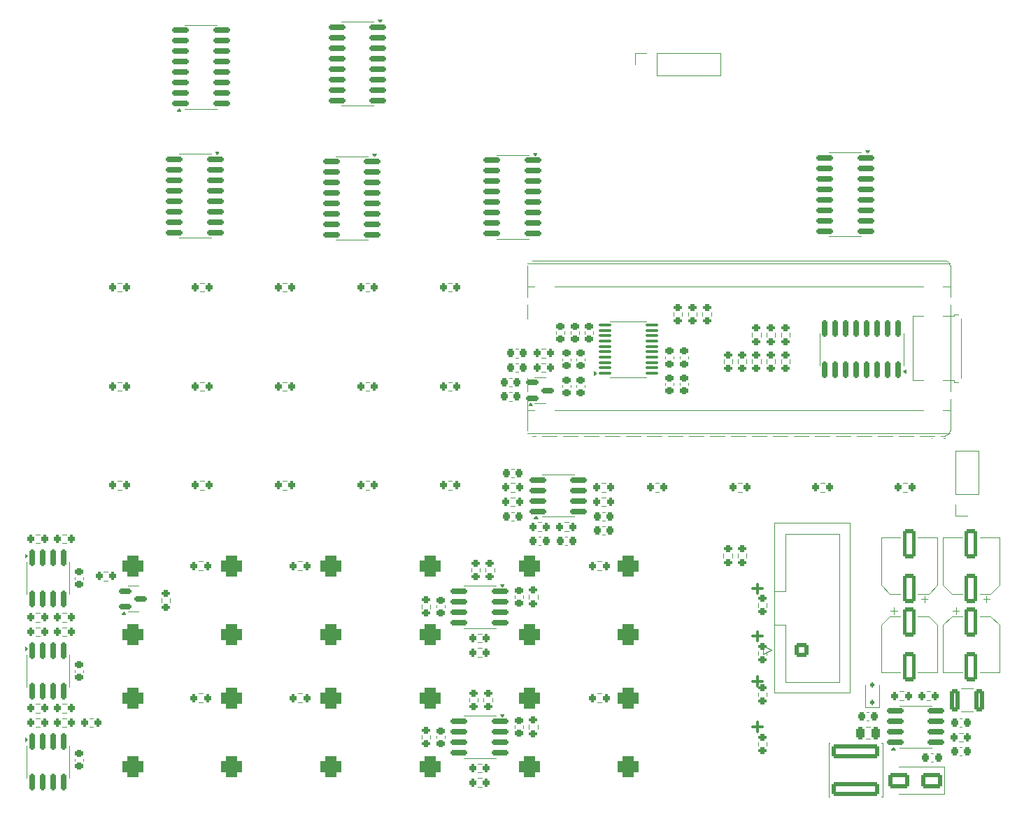
<source format=gbr>
%TF.GenerationSoftware,KiCad,Pcbnew,9.0.1*%
%TF.CreationDate,2025-05-16T11:54:18+01:00*%
%TF.ProjectId,dk2_05,646b325f-3035-42e6-9b69-6361645f7063,rev?*%
%TF.SameCoordinates,Original*%
%TF.FileFunction,Legend,Bot*%
%TF.FilePolarity,Positive*%
%FSLAX46Y46*%
G04 Gerber Fmt 4.6, Leading zero omitted, Abs format (unit mm)*
G04 Created by KiCad (PCBNEW 9.0.1) date 2025-05-16 11:54:18*
%MOMM*%
%LPD*%
G01*
G04 APERTURE LIST*
G04 Aperture macros list*
%AMRoundRect*
0 Rectangle with rounded corners*
0 $1 Rounding radius*
0 $2 $3 $4 $5 $6 $7 $8 $9 X,Y pos of 4 corners*
0 Add a 4 corners polygon primitive as box body*
4,1,4,$2,$3,$4,$5,$6,$7,$8,$9,$2,$3,0*
0 Add four circle primitives for the rounded corners*
1,1,$1+$1,$2,$3*
1,1,$1+$1,$4,$5*
1,1,$1+$1,$6,$7*
1,1,$1+$1,$8,$9*
0 Add four rect primitives between the rounded corners*
20,1,$1+$1,$2,$3,$4,$5,0*
20,1,$1+$1,$4,$5,$6,$7,0*
20,1,$1+$1,$6,$7,$8,$9,0*
20,1,$1+$1,$8,$9,$2,$3,0*%
G04 Aperture macros list end*
%ADD10C,0.300000*%
%ADD11C,0.120000*%
%ADD12C,2.000000*%
%ADD13RoundRect,0.200000X0.200000X0.275000X-0.200000X0.275000X-0.200000X-0.275000X0.200000X-0.275000X0*%
%ADD14R,1.500000X1.500000*%
%ADD15C,1.500000*%
%ADD16C,1.700000*%
%ADD17RoundRect,0.150000X-0.825000X-0.150000X0.825000X-0.150000X0.825000X0.150000X-0.825000X0.150000X0*%
%ADD18RoundRect,0.150000X0.825000X0.150000X-0.825000X0.150000X-0.825000X-0.150000X0.825000X-0.150000X0*%
%ADD19RoundRect,0.150000X0.150000X-0.825000X0.150000X0.825000X-0.150000X0.825000X-0.150000X-0.825000X0*%
%ADD20RoundRect,0.150000X-0.150000X0.825000X-0.150000X-0.825000X0.150000X-0.825000X0.150000X0.825000X0*%
%ADD21R,1.700000X1.700000*%
%ADD22RoundRect,0.200000X-0.200000X-0.275000X0.200000X-0.275000X0.200000X0.275000X-0.200000X0.275000X0*%
%ADD23RoundRect,0.225000X0.250000X-0.225000X0.250000X0.225000X-0.250000X0.225000X-0.250000X-0.225000X0*%
%ADD24O,2.720000X3.240000*%
%ADD25R,1.800000X1.800000*%
%ADD26C,1.800000*%
%ADD27O,3.100000X2.300000*%
%ADD28RoundRect,0.650000X-0.650000X-0.650000X0.650000X-0.650000X0.650000X0.650000X-0.650000X0.650000X0*%
%ADD29C,1.050000*%
%ADD30R,1.350000X1.350000*%
%ADD31RoundRect,0.150000X-0.587500X-0.150000X0.587500X-0.150000X0.587500X0.150000X-0.587500X0.150000X0*%
%ADD32RoundRect,0.225000X0.225000X0.250000X-0.225000X0.250000X-0.225000X-0.250000X0.225000X-0.250000X0*%
%ADD33RoundRect,0.200000X-0.275000X0.200000X-0.275000X-0.200000X0.275000X-0.200000X0.275000X0.200000X0*%
%ADD34RoundRect,0.250000X-0.550000X1.500000X-0.550000X-1.500000X0.550000X-1.500000X0.550000X1.500000X0*%
%ADD35RoundRect,0.225000X-0.225000X-0.250000X0.225000X-0.250000X0.225000X0.250000X-0.225000X0.250000X0*%
%ADD36RoundRect,0.200000X0.275000X-0.200000X0.275000X0.200000X-0.275000X0.200000X-0.275000X-0.200000X0*%
%ADD37RoundRect,0.225000X-0.250000X0.225000X-0.250000X-0.225000X0.250000X-0.225000X0.250000X0.225000X0*%
%ADD38RoundRect,0.250000X-0.325000X-1.100000X0.325000X-1.100000X0.325000X1.100000X-0.325000X1.100000X0*%
%ADD39RoundRect,0.250000X0.550000X-1.500000X0.550000X1.500000X-0.550000X1.500000X-0.550000X-1.500000X0*%
%ADD40RoundRect,0.100000X-0.637500X-0.100000X0.637500X-0.100000X0.637500X0.100000X-0.637500X0.100000X0*%
%ADD41RoundRect,0.112500X0.112500X-0.187500X0.112500X0.187500X-0.112500X0.187500X-0.112500X-0.187500X0*%
%ADD42RoundRect,0.250000X0.250000X0.475000X-0.250000X0.475000X-0.250000X-0.475000X0.250000X-0.475000X0*%
%ADD43RoundRect,0.250000X-0.600000X-0.600000X0.600000X-0.600000X0.600000X0.600000X-0.600000X0.600000X0*%
%ADD44RoundRect,0.250000X1.000000X0.650000X-1.000000X0.650000X-1.000000X-0.650000X1.000000X-0.650000X0*%
%ADD45RoundRect,0.250000X2.600000X-0.600000X2.600000X0.600000X-2.600000X0.600000X-2.600000X-0.600000X0*%
G04 APERTURE END LIST*
D10*
X159054510Y-121770600D02*
X160197368Y-121770600D01*
X159625939Y-121199171D02*
X159625939Y-122342028D01*
X159054510Y-138520600D02*
X160197368Y-138520600D01*
X159625939Y-137949171D02*
X159625939Y-139092028D01*
X159054510Y-133020600D02*
X160197368Y-133020600D01*
X159625939Y-132449171D02*
X159625939Y-133592028D01*
X159054510Y-127520600D02*
X160197368Y-127520600D01*
X159625939Y-126949171D02*
X159625939Y-128092028D01*
D11*
%TO.C,R25*%
X102662258Y-109772500D02*
X102187742Y-109772500D01*
X102662258Y-108727500D02*
X102187742Y-108727500D01*
%TO.C,R19*%
X92662258Y-97772500D02*
X92187742Y-97772500D01*
X92662258Y-96727500D02*
X92187742Y-96727500D01*
%TO.C,R24*%
X92662258Y-109772500D02*
X92187742Y-109772500D01*
X92662258Y-108727500D02*
X92187742Y-108727500D01*
%TO.C,R26*%
X112662258Y-109772500D02*
X112187742Y-109772500D01*
X112662258Y-108727500D02*
X112187742Y-108727500D01*
%TO.C,R14*%
X92662258Y-85772500D02*
X92187742Y-85772500D01*
X92662258Y-84727500D02*
X92187742Y-84727500D01*
%TO.C,R15*%
X102662258Y-85772500D02*
X102187742Y-85772500D01*
X102662258Y-84727500D02*
X102187742Y-84727500D01*
%TO.C,R21*%
X112662258Y-97772500D02*
X112187742Y-97772500D01*
X112662258Y-96727500D02*
X112187742Y-96727500D01*
%TO.C,R27*%
X122662258Y-109772500D02*
X122187742Y-109772500D01*
X122662258Y-108727500D02*
X122187742Y-108727500D01*
%TO.C,R23*%
X82662258Y-109772500D02*
X82187742Y-109772500D01*
X82662258Y-108727500D02*
X82187742Y-108727500D01*
%TO.C,R22*%
X122662258Y-97772500D02*
X122187742Y-97772500D01*
X122662258Y-96727500D02*
X122187742Y-96727500D01*
%TO.C,R17*%
X122662258Y-85772500D02*
X122187742Y-85772500D01*
X122662258Y-84727500D02*
X122187742Y-84727500D01*
%TO.C,R18*%
X82662258Y-97772500D02*
X82187742Y-97772500D01*
X82662258Y-96727500D02*
X82187742Y-96727500D01*
%TO.C,R20*%
X102662258Y-97772500D02*
X102187742Y-97772500D01*
X102662258Y-96727500D02*
X102187742Y-96727500D01*
%TO.C,R13*%
X82662258Y-85772500D02*
X82187742Y-85772500D01*
X82662258Y-84727500D02*
X82187742Y-84727500D01*
%TO.C,R16*%
X112662258Y-85772500D02*
X112187742Y-85772500D01*
X112662258Y-84727500D02*
X112187742Y-84727500D01*
%TO.C,A1*%
X180690000Y-103570000D02*
X182290000Y-103570000D01*
X182360000Y-103250000D02*
X132360000Y-103250000D01*
X182907000Y-102910000D02*
X131813000Y-102910000D01*
X182970000Y-102640000D02*
X182970000Y-100150000D01*
X131750000Y-102640000D02*
X131750000Y-98802061D01*
X182970000Y-100150000D02*
X182056480Y-100150000D01*
X182970000Y-100150000D02*
X182970000Y-98802060D01*
X179663520Y-100150000D02*
X135056480Y-100150000D01*
X132663520Y-100150000D02*
X131750000Y-100150000D01*
X182970000Y-97877939D02*
X182970000Y-96875000D01*
X182970000Y-96875000D02*
X182970000Y-88405000D01*
X184270000Y-96750000D02*
X183450000Y-96750000D01*
X184270000Y-96750000D02*
X184270000Y-88530000D01*
X183450000Y-96750000D02*
X183450000Y-96540000D01*
X183450000Y-96540000D02*
X182054000Y-96540000D01*
X179666000Y-96540000D02*
X178450000Y-96540000D01*
X131750000Y-96240000D02*
X131750000Y-97877939D01*
X183450000Y-88740000D02*
X182054000Y-88740000D01*
X179666000Y-88740000D02*
X178450000Y-88740000D01*
X178450000Y-88740000D02*
X178450000Y-96540000D01*
X184270000Y-88530000D02*
X183450000Y-88530000D01*
X183450000Y-88530000D02*
X183450000Y-88740000D01*
X182970000Y-88405000D02*
X182970000Y-87402061D01*
X131750000Y-87402061D02*
X131750000Y-89040000D01*
X182970000Y-86477939D02*
X182970000Y-85130000D01*
X131750000Y-86477939D02*
X131750000Y-82640000D01*
X182970000Y-85130000D02*
X182056480Y-85130000D01*
X179663520Y-85130000D02*
X135056480Y-85130000D01*
X132663520Y-85130000D02*
X131750000Y-85130000D01*
X182970000Y-82640000D02*
X182970000Y-85130000D01*
X131813000Y-82370000D02*
X182907000Y-82370000D01*
X182360000Y-82030000D02*
X132360000Y-82030000D01*
X182970000Y-102640000D02*
G75*
G02*
X182360000Y-103250000I-610000J0D01*
G01*
X182360000Y-82030000D02*
G75*
G02*
X182970000Y-82640000I0J-610000D01*
G01*
%TO.C,U6*%
X92275000Y-63635000D02*
X90325000Y-63635000D01*
X92275000Y-63635000D02*
X94225000Y-63635000D01*
X92275000Y-53515000D02*
X90325000Y-53515000D01*
X92275000Y-53515000D02*
X94225000Y-53515000D01*
X89815000Y-63910000D02*
X89335000Y-63910000D01*
X89575000Y-63580000D01*
X89815000Y-63910000D01*
G36*
X89815000Y-63910000D02*
G01*
X89335000Y-63910000D01*
X89575000Y-63580000D01*
X89815000Y-63910000D01*
G37*
%TO.C,U1*%
X170250000Y-68940000D02*
X172200000Y-68940000D01*
X170250000Y-68940000D02*
X168300000Y-68940000D01*
X170250000Y-79060000D02*
X172200000Y-79060000D01*
X170250000Y-79060000D02*
X168300000Y-79060000D01*
X172950000Y-68995000D02*
X172710000Y-68665000D01*
X173190000Y-68665000D01*
X172950000Y-68995000D01*
G36*
X172950000Y-68995000D02*
G01*
X172710000Y-68665000D01*
X173190000Y-68665000D01*
X172950000Y-68995000D01*
G37*
%TO.C,U2*%
X177310000Y-92750000D02*
X177310000Y-94700000D01*
X177310000Y-92750000D02*
X177310000Y-90800000D01*
X167190000Y-92750000D02*
X167190000Y-94700000D01*
X167190000Y-92750000D02*
X167190000Y-90800000D01*
X177585000Y-95690000D02*
X177255000Y-95450000D01*
X177585000Y-95210000D01*
X177585000Y-95690000D01*
G36*
X177585000Y-95690000D02*
G01*
X177255000Y-95450000D01*
X177585000Y-95210000D01*
X177585000Y-95690000D01*
G37*
%TO.C,U9*%
X111225000Y-53115000D02*
X113175000Y-53115000D01*
X111225000Y-53115000D02*
X109275000Y-53115000D01*
X111225000Y-63235000D02*
X113175000Y-63235000D01*
X111225000Y-63235000D02*
X109275000Y-63235000D01*
X113925000Y-53170000D02*
X113685000Y-52840000D01*
X114165000Y-52840000D01*
X113925000Y-53170000D01*
G36*
X113925000Y-53170000D02*
G01*
X113685000Y-52840000D01*
X114165000Y-52840000D01*
X113925000Y-53170000D01*
G37*
%TO.C,U5*%
X110525000Y-69385000D02*
X112475000Y-69385000D01*
X110525000Y-69385000D02*
X108575000Y-69385000D01*
X110525000Y-79505000D02*
X112475000Y-79505000D01*
X110525000Y-79505000D02*
X108575000Y-79505000D01*
X113225000Y-69440000D02*
X112985000Y-69110000D01*
X113465000Y-69110000D01*
X113225000Y-69440000D01*
G36*
X113225000Y-69440000D02*
G01*
X112985000Y-69110000D01*
X113465000Y-69110000D01*
X113225000Y-69440000D01*
G37*
%TO.C,U10*%
X129975000Y-69265000D02*
X131925000Y-69265000D01*
X129975000Y-69265000D02*
X128025000Y-69265000D01*
X129975000Y-79385000D02*
X131925000Y-79385000D01*
X129975000Y-79385000D02*
X128025000Y-79385000D01*
X132675000Y-69320000D02*
X132435000Y-68990000D01*
X132915000Y-68990000D01*
X132675000Y-69320000D01*
G36*
X132675000Y-69320000D02*
G01*
X132435000Y-68990000D01*
X132915000Y-68990000D01*
X132675000Y-69320000D01*
G37*
%TO.C,U4*%
X91525000Y-69115000D02*
X93475000Y-69115000D01*
X91525000Y-69115000D02*
X89575000Y-69115000D01*
X91525000Y-79235000D02*
X93475000Y-79235000D01*
X91525000Y-79235000D02*
X89575000Y-79235000D01*
X94225000Y-69170000D02*
X93985000Y-68840000D01*
X94465000Y-68840000D01*
X94225000Y-69170000D01*
G36*
X94225000Y-69170000D02*
G01*
X93985000Y-68840000D01*
X94465000Y-68840000D01*
X94225000Y-69170000D01*
G37*
%TO.C,U16*%
X71190000Y-131750000D02*
X71190000Y-129800000D01*
X71190000Y-131750000D02*
X71190000Y-133700000D01*
X76310000Y-131750000D02*
X76310000Y-129800000D01*
X76310000Y-131750000D02*
X76310000Y-133700000D01*
X71285000Y-129050000D02*
X70955000Y-129290000D01*
X70955000Y-128810000D01*
X71285000Y-129050000D01*
G36*
X71285000Y-129050000D02*
G01*
X70955000Y-129290000D01*
X70955000Y-128810000D01*
X71285000Y-129050000D01*
G37*
%TO.C,U17*%
X71190000Y-142750000D02*
X71190000Y-140800000D01*
X71190000Y-142750000D02*
X71190000Y-144700000D01*
X76310000Y-142750000D02*
X76310000Y-140800000D01*
X76310000Y-142750000D02*
X76310000Y-144700000D01*
X71285000Y-140050000D02*
X70955000Y-140290000D01*
X70955000Y-139810000D01*
X71285000Y-140050000D01*
G36*
X71285000Y-140050000D02*
G01*
X70955000Y-140290000D01*
X70955000Y-139810000D01*
X71285000Y-140050000D01*
G37*
%TO.C,U15*%
X71190000Y-120500000D02*
X71190000Y-118550000D01*
X71190000Y-120500000D02*
X71190000Y-122450000D01*
X76310000Y-120500000D02*
X76310000Y-118550000D01*
X76310000Y-120500000D02*
X76310000Y-122450000D01*
X71285000Y-117800000D02*
X70955000Y-118040000D01*
X70955000Y-117560000D01*
X71285000Y-117800000D01*
G36*
X71285000Y-117800000D02*
G01*
X70955000Y-118040000D01*
X70955000Y-117560000D01*
X71285000Y-117800000D01*
G37*
%TO.C,U13*%
X135500000Y-113060000D02*
X133550000Y-113060000D01*
X135500000Y-113060000D02*
X137450000Y-113060000D01*
X135500000Y-107940000D02*
X133550000Y-107940000D01*
X135500000Y-107940000D02*
X137450000Y-107940000D01*
X133040000Y-113295000D02*
X132560000Y-113295000D01*
X132800000Y-112965000D01*
X133040000Y-113295000D01*
G36*
X133040000Y-113295000D02*
G01*
X132560000Y-113295000D01*
X132800000Y-112965000D01*
X133040000Y-113295000D01*
G37*
%TO.C,U12*%
X178750000Y-141060000D02*
X176800000Y-141060000D01*
X178750000Y-141060000D02*
X180700000Y-141060000D01*
X178750000Y-135940000D02*
X176800000Y-135940000D01*
X178750000Y-135940000D02*
X180700000Y-135940000D01*
X176290000Y-141295000D02*
X175810000Y-141295000D01*
X176050000Y-140965000D01*
X176290000Y-141295000D01*
G36*
X176290000Y-141295000D02*
G01*
X175810000Y-141295000D01*
X176050000Y-140965000D01*
X176290000Y-141295000D01*
G37*
%TO.C,U7*%
X126000000Y-121440000D02*
X127950000Y-121440000D01*
X126000000Y-121440000D02*
X124050000Y-121440000D01*
X126000000Y-126560000D02*
X127950000Y-126560000D01*
X126000000Y-126560000D02*
X124050000Y-126560000D01*
X128700000Y-121535000D02*
X128460000Y-121205000D01*
X128940000Y-121205000D01*
X128700000Y-121535000D01*
G36*
X128700000Y-121535000D02*
G01*
X128460000Y-121205000D01*
X128940000Y-121205000D01*
X128700000Y-121535000D01*
G37*
%TO.C,U8*%
X126000000Y-137190000D02*
X127950000Y-137190000D01*
X126000000Y-137190000D02*
X124050000Y-137190000D01*
X126000000Y-142310000D02*
X127950000Y-142310000D01*
X126000000Y-142310000D02*
X124050000Y-142310000D01*
X128700000Y-137285000D02*
X128460000Y-136955000D01*
X128940000Y-136955000D01*
X128700000Y-137285000D01*
G36*
X128700000Y-137285000D02*
G01*
X128460000Y-136955000D01*
X128940000Y-136955000D01*
X128700000Y-137285000D01*
G37*
%TO.C,J15*%
X144810000Y-56870000D02*
X144810000Y-58250000D01*
X146190000Y-56870000D02*
X144810000Y-56870000D01*
X147460000Y-56870000D02*
X155190000Y-56870000D01*
X147460000Y-56870000D02*
X147460000Y-59630000D01*
X155190000Y-56870000D02*
X155190000Y-59630000D01*
X147460000Y-59630000D02*
X155190000Y-59630000D01*
%TO.C,R66*%
X72262742Y-125772500D02*
X72737258Y-125772500D01*
X72262742Y-124727500D02*
X72737258Y-124727500D01*
%TO.C,R70*%
X75512742Y-136772500D02*
X75987258Y-136772500D01*
X75512742Y-135727500D02*
X75987258Y-135727500D01*
%TO.C,C37*%
X78010000Y-131890580D02*
X78010000Y-131609420D01*
X76990000Y-131890580D02*
X76990000Y-131609420D01*
%TO.C,R71*%
X75512742Y-127522500D02*
X75987258Y-127522500D01*
X75512742Y-126477500D02*
X75987258Y-126477500D01*
%TO.C,R73*%
X72262742Y-127522500D02*
X72737258Y-127522500D01*
X72262742Y-126477500D02*
X72737258Y-126477500D01*
%TO.C,R67*%
X72262742Y-116272500D02*
X72737258Y-116272500D01*
X72262742Y-115227500D02*
X72737258Y-115227500D01*
%TO.C,R72*%
X72262742Y-136772500D02*
X72737258Y-136772500D01*
X72262742Y-135727500D02*
X72737258Y-135727500D01*
%TO.C,R65*%
X75512742Y-116272500D02*
X75987258Y-116272500D01*
X75512742Y-115227500D02*
X75987258Y-115227500D01*
%TO.C,R64*%
X75512742Y-125772500D02*
X75987258Y-125772500D01*
X75512742Y-124727500D02*
X75987258Y-124727500D01*
%TO.C,R76*%
X78762742Y-138522500D02*
X79237258Y-138522500D01*
X78762742Y-137477500D02*
X79237258Y-137477500D01*
%TO.C,C36*%
X78010000Y-120640580D02*
X78010000Y-120359420D01*
X76990000Y-120640580D02*
X76990000Y-120359420D01*
%TO.C,C38*%
X78010000Y-142640580D02*
X78010000Y-142359420D01*
X76990000Y-142640580D02*
X76990000Y-142359420D01*
%TO.C,R78*%
X72262742Y-138522500D02*
X72737258Y-138522500D01*
X72262742Y-137477500D02*
X72737258Y-137477500D01*
%TO.C,R77*%
X75512742Y-138522500D02*
X75987258Y-138522500D01*
X75512742Y-137477500D02*
X75987258Y-137477500D01*
%TO.C,U11*%
X133312500Y-96190000D02*
X132662500Y-96190000D01*
X133312500Y-96190000D02*
X133962500Y-96190000D01*
X133312500Y-99310000D02*
X132662500Y-99310000D01*
X133312500Y-99310000D02*
X133962500Y-99310000D01*
X132390000Y-99590000D02*
X131910000Y-99590000D01*
X132150000Y-99260000D01*
X132390000Y-99590000D01*
G36*
X132390000Y-99590000D02*
G01*
X131910000Y-99590000D01*
X132150000Y-99260000D01*
X132390000Y-99590000D01*
G37*
%TO.C,C31*%
X148490000Y-93890580D02*
X148490000Y-93609420D01*
X149510000Y-93890580D02*
X149510000Y-93609420D01*
%TO.C,C7*%
X180890580Y-141740000D02*
X180609420Y-141740000D01*
X180890580Y-142760000D02*
X180609420Y-142760000D01*
%TO.C,R29*%
X125762742Y-128272500D02*
X126237258Y-128272500D01*
X125762742Y-127227500D02*
X126237258Y-127227500D01*
%TO.C,R1*%
X159727500Y-123512742D02*
X159727500Y-123987258D01*
X160772500Y-123512742D02*
X160772500Y-123987258D01*
%TO.C,R61*%
X133987258Y-92727500D02*
X133512742Y-92727500D01*
X133987258Y-93772500D02*
X133512742Y-93772500D01*
%TO.C,R75*%
X92012742Y-134477500D02*
X92487258Y-134477500D01*
X92012742Y-135522500D02*
X92487258Y-135522500D01*
%TO.C,C14*%
X174590000Y-126154437D02*
X174590000Y-131910000D01*
X174590000Y-131910000D02*
X176940000Y-131910000D01*
X175654437Y-125090000D02*
X174590000Y-126154437D01*
X175654437Y-125090000D02*
X176940000Y-125090000D01*
X175758750Y-124456250D02*
X176546250Y-124456250D01*
X176152500Y-124062500D02*
X176152500Y-124850000D01*
X180345563Y-125090000D02*
X179060000Y-125090000D01*
X180345563Y-125090000D02*
X181410000Y-126154437D01*
X181410000Y-126154437D02*
X181410000Y-131910000D01*
X181410000Y-131910000D02*
X179060000Y-131910000D01*
%TO.C,C8*%
X173140580Y-136740000D02*
X172859420Y-136740000D01*
X173140580Y-137760000D02*
X172859420Y-137760000D01*
%TO.C,R43*%
X157737258Y-108977500D02*
X157262742Y-108977500D01*
X157737258Y-110022500D02*
X157262742Y-110022500D01*
%TO.C,C10*%
X184109420Y-140990000D02*
X184390580Y-140990000D01*
X184109420Y-142010000D02*
X184390580Y-142010000D01*
%TO.C,R11*%
X158272500Y-94487258D02*
X158272500Y-94012742D01*
X157227500Y-94487258D02*
X157227500Y-94012742D01*
%TO.C,C27*%
X135990000Y-93859420D02*
X135990000Y-94140580D01*
X137010000Y-93859420D02*
X137010000Y-94140580D01*
%TO.C,C25*%
X135240000Y-90890580D02*
X135240000Y-90609420D01*
X136260000Y-90890580D02*
X136260000Y-90609420D01*
%TO.C,R35*%
X126237258Y-142977500D02*
X125762742Y-142977500D01*
X126237258Y-144022500D02*
X125762742Y-144022500D01*
%TO.C,R9*%
X163522500Y-90762742D02*
X163522500Y-91237258D01*
X162477500Y-90762742D02*
X162477500Y-91237258D01*
%TO.C,C5*%
X129890580Y-97990000D02*
X129609420Y-97990000D01*
X129890580Y-99010000D02*
X129609420Y-99010000D01*
%TO.C,C19*%
X140859420Y-114240000D02*
X141140580Y-114240000D01*
X140859420Y-115260000D02*
X141140580Y-115260000D01*
%TO.C,R5*%
X156612500Y-94487258D02*
X156612500Y-94012742D01*
X155567500Y-94487258D02*
X155567500Y-94012742D01*
%TO.C,C12*%
X184288748Y-133890000D02*
X185711252Y-133890000D01*
X184288748Y-136610000D02*
X185711252Y-136610000D01*
%TO.C,R44*%
X167737258Y-108977500D02*
X167262742Y-108977500D01*
X167737258Y-110022500D02*
X167262742Y-110022500D01*
%TO.C,R8*%
X160022500Y-90762742D02*
X160022500Y-91237258D01*
X158977500Y-90762742D02*
X158977500Y-91237258D01*
%TO.C,C35*%
X130640580Y-92740000D02*
X130359420Y-92740000D01*
X130640580Y-93760000D02*
X130359420Y-93760000D01*
%TO.C,R30*%
X126022500Y-119262742D02*
X126022500Y-119737258D01*
X124977500Y-119262742D02*
X124977500Y-119737258D01*
%TO.C,R36*%
X125772500Y-135012742D02*
X125772500Y-135487258D01*
X124727500Y-135012742D02*
X124727500Y-135487258D01*
%TO.C,C16*%
X174590000Y-115590000D02*
X176940000Y-115590000D01*
X174590000Y-121345563D02*
X174590000Y-115590000D01*
X175654437Y-122410000D02*
X174590000Y-121345563D01*
X175654437Y-122410000D02*
X176940000Y-122410000D01*
X179847500Y-123437500D02*
X179847500Y-122650000D01*
X180241250Y-123043750D02*
X179453750Y-123043750D01*
X180345563Y-122410000D02*
X179060000Y-122410000D01*
X180345563Y-122410000D02*
X181410000Y-121345563D01*
X181410000Y-115590000D02*
X179060000Y-115590000D01*
X181410000Y-121345563D02*
X181410000Y-115590000D01*
%TO.C,R10*%
X161772500Y-94487258D02*
X161772500Y-94012742D01*
X160727500Y-94487258D02*
X160727500Y-94012742D01*
%TO.C,C22*%
X136640580Y-116510000D02*
X136359420Y-116510000D01*
X136640580Y-115490000D02*
X136359420Y-115490000D01*
%TO.C,R4*%
X159727500Y-140337742D02*
X159727500Y-140812258D01*
X160772500Y-140337742D02*
X160772500Y-140812258D01*
%TO.C,U14*%
X144000000Y-89365000D02*
X141800000Y-89365000D01*
X144000000Y-89365000D02*
X146200000Y-89365000D01*
X144000000Y-96135000D02*
X141800000Y-96135000D01*
X144000000Y-96135000D02*
X146200000Y-96135000D01*
X140140000Y-95675000D02*
X139810000Y-95915000D01*
X139810000Y-95435000D01*
X140140000Y-95675000D01*
G36*
X140140000Y-95675000D02*
G01*
X139810000Y-95915000D01*
X139810000Y-95435000D01*
X140140000Y-95675000D01*
G37*
%TO.C,R51*%
X130237258Y-111772500D02*
X129762742Y-111772500D01*
X130237258Y-110727500D02*
X129762742Y-110727500D01*
%TO.C,R68*%
X104012742Y-118477500D02*
X104487258Y-118477500D01*
X104012742Y-119522500D02*
X104487258Y-119522500D01*
%TO.C,C28*%
X148490000Y-97140580D02*
X148490000Y-96859420D01*
X149510000Y-97140580D02*
X149510000Y-96859420D01*
%TO.C,R59*%
X149477500Y-88737258D02*
X149477500Y-88262742D01*
X150522500Y-88737258D02*
X150522500Y-88262742D01*
%TO.C,C23*%
X138740000Y-90890580D02*
X138740000Y-90609420D01*
X139760000Y-90890580D02*
X139760000Y-90609420D01*
%TO.C,C26*%
X137740000Y-94140580D02*
X137740000Y-93859420D01*
X138760000Y-94140580D02*
X138760000Y-93859420D01*
%TO.C,R7*%
X160022500Y-94487258D02*
X160022500Y-94012742D01*
X158977500Y-94487258D02*
X158977500Y-94012742D01*
%TO.C,C4*%
X121760000Y-139890580D02*
X121760000Y-139609420D01*
X120740000Y-139890580D02*
X120740000Y-139609420D01*
%TO.C,C11*%
X184109420Y-137490000D02*
X184390580Y-137490000D01*
X184109420Y-138510000D02*
X184390580Y-138510000D01*
%TO.C,R46*%
X184012742Y-139227500D02*
X184487258Y-139227500D01*
X184012742Y-140272500D02*
X184487258Y-140272500D01*
%TO.C,R60*%
X133987258Y-94477500D02*
X133512742Y-94477500D01*
X133987258Y-95522500D02*
X133512742Y-95522500D01*
%TO.C,R6*%
X163522500Y-94487258D02*
X163522500Y-94012742D01*
X162477500Y-94487258D02*
X162477500Y-94012742D01*
%TO.C,D6*%
X172650000Y-136110000D02*
X172650000Y-133450000D01*
X174350000Y-136110000D02*
X172650000Y-136110000D01*
X174350000Y-136110000D02*
X174350000Y-133450000D01*
%TO.C,R69*%
X92012742Y-118477500D02*
X92487258Y-118477500D01*
X92012742Y-119522500D02*
X92487258Y-119522500D01*
%TO.C,C21*%
X133390580Y-116510000D02*
X133109420Y-116510000D01*
X133390580Y-115490000D02*
X133109420Y-115490000D01*
%TO.C,C24*%
X136990000Y-90890580D02*
X136990000Y-90609420D01*
X138010000Y-90890580D02*
X138010000Y-90609420D01*
%TO.C,R53*%
X133487258Y-114772500D02*
X133012742Y-114772500D01*
X133487258Y-113727500D02*
X133012742Y-113727500D01*
%TO.C,C29*%
X150240000Y-93890580D02*
X150240000Y-93609420D01*
X151260000Y-93890580D02*
X151260000Y-93609420D01*
%TO.C,C17*%
X129859420Y-112490000D02*
X130140580Y-112490000D01*
X129859420Y-113510000D02*
X130140580Y-113510000D01*
%TO.C,R42*%
X155527500Y-117987258D02*
X155527500Y-117512742D01*
X156572500Y-117987258D02*
X156572500Y-117512742D01*
%TO.C,C2*%
X121760000Y-124060580D02*
X121760000Y-123779420D01*
X120740000Y-124060580D02*
X120740000Y-123779420D01*
%TO.C,R56*%
X140262742Y-134477500D02*
X140737258Y-134477500D01*
X140262742Y-135522500D02*
X140737258Y-135522500D01*
%TO.C,R2*%
X159727500Y-129337742D02*
X159727500Y-129812258D01*
X160772500Y-129337742D02*
X160772500Y-129812258D01*
%TO.C,J10*%
X183620000Y-105080000D02*
X186380000Y-105080000D01*
X186380000Y-110270000D02*
X186380000Y-105080000D01*
X183620000Y-110270000D02*
X183620000Y-105080000D01*
X183620000Y-110270000D02*
X186380000Y-110270000D01*
X183620000Y-111540000D02*
X183620000Y-112920000D01*
X183620000Y-112920000D02*
X185000000Y-112920000D01*
%TO.C,Q1*%
X84062500Y-121440000D02*
X83412500Y-121440000D01*
X84062500Y-121440000D02*
X84712500Y-121440000D01*
X84062500Y-124560000D02*
X83412500Y-124560000D01*
X84062500Y-124560000D02*
X84712500Y-124560000D01*
X83140000Y-124840000D02*
X82660000Y-124840000D01*
X82900000Y-124510000D01*
X83140000Y-124840000D01*
G36*
X83140000Y-124840000D02*
G01*
X82660000Y-124840000D01*
X82900000Y-124510000D01*
X83140000Y-124840000D01*
G37*
%TO.C,R52*%
X140762742Y-110727500D02*
X141237258Y-110727500D01*
X140762742Y-111772500D02*
X141237258Y-111772500D01*
%TO.C,C33*%
X130640580Y-94490000D02*
X130359420Y-94490000D01*
X130640580Y-95510000D02*
X130359420Y-95510000D01*
%TO.C,C15*%
X182090000Y-115590000D02*
X184440000Y-115590000D01*
X182090000Y-121345563D02*
X182090000Y-115590000D01*
X183154437Y-122410000D02*
X182090000Y-121345563D01*
X183154437Y-122410000D02*
X184440000Y-122410000D01*
X187347500Y-123437500D02*
X187347500Y-122650000D01*
X187741250Y-123043750D02*
X186953750Y-123043750D01*
X187845563Y-122410000D02*
X186560000Y-122410000D01*
X187845563Y-122410000D02*
X188910000Y-121345563D01*
X188910000Y-115590000D02*
X186560000Y-115590000D01*
X188910000Y-121345563D02*
X188910000Y-115590000D01*
%TO.C,R12*%
X161772500Y-90762742D02*
X161772500Y-91237258D01*
X160727500Y-90762742D02*
X160727500Y-91237258D01*
%TO.C,C6*%
X173261252Y-138515000D02*
X172738748Y-138515000D01*
X173261252Y-139985000D02*
X172738748Y-139985000D01*
%TO.C,C32*%
X137740000Y-97390580D02*
X137740000Y-97109420D01*
X138760000Y-97390580D02*
X138760000Y-97109420D01*
%TO.C,J16*%
X160320000Y-128680000D02*
X161320000Y-129180000D01*
X160320000Y-129680000D02*
X160320000Y-128680000D01*
X161320000Y-129180000D02*
X160320000Y-129680000D01*
X161710000Y-113810000D02*
X161710000Y-134390000D01*
X161710000Y-126150000D02*
X163020000Y-126150000D01*
X161710000Y-134390000D02*
X170830000Y-134390000D01*
X163020000Y-115110000D02*
X163020000Y-122050000D01*
X163020000Y-122050000D02*
X161710000Y-122050000D01*
X163020000Y-122050000D02*
X163020000Y-122050000D01*
X163020000Y-126150000D02*
X163020000Y-133090000D01*
X163020000Y-133090000D02*
X169520000Y-133090000D01*
X169520000Y-115110000D02*
X163020000Y-115110000D01*
X169520000Y-133090000D02*
X169520000Y-115110000D01*
X170830000Y-113810000D02*
X161710000Y-113810000D01*
X170830000Y-134390000D02*
X170830000Y-113810000D01*
%TO.C,C1*%
X131260000Y-122890580D02*
X131260000Y-122609420D01*
X130240000Y-122890580D02*
X130240000Y-122609420D01*
%TO.C,C13*%
X182090000Y-126154437D02*
X182090000Y-131910000D01*
X182090000Y-131910000D02*
X184440000Y-131910000D01*
X183154437Y-125090000D02*
X182090000Y-126154437D01*
X183154437Y-125090000D02*
X184440000Y-125090000D01*
X183258750Y-124456250D02*
X184046250Y-124456250D01*
X183652500Y-124062500D02*
X183652500Y-124850000D01*
X187845563Y-125090000D02*
X186560000Y-125090000D01*
X187845563Y-125090000D02*
X188910000Y-126154437D01*
X188910000Y-126154437D02*
X188910000Y-131910000D01*
X188910000Y-131910000D02*
X186560000Y-131910000D01*
%TO.C,R28*%
X147737258Y-108977500D02*
X147262742Y-108977500D01*
X147737258Y-110022500D02*
X147262742Y-110022500D01*
%TO.C,R34*%
X120022500Y-124157258D02*
X120022500Y-123682742D01*
X118977500Y-124157258D02*
X118977500Y-123682742D01*
%TO.C,R33*%
X133022500Y-122987258D02*
X133022500Y-122512742D01*
X131977500Y-122987258D02*
X131977500Y-122512742D01*
%TO.C,D5*%
X182260000Y-143350000D02*
X176750000Y-143350000D01*
X182260000Y-143350000D02*
X182260000Y-146650000D01*
X182260000Y-146650000D02*
X176750000Y-146650000D01*
%TO.C,R58*%
X152977500Y-88262742D02*
X152977500Y-88737258D01*
X154022500Y-88262742D02*
X154022500Y-88737258D01*
%TO.C,C18*%
X141140580Y-113510000D02*
X140859420Y-113510000D01*
X141140580Y-112490000D02*
X140859420Y-112490000D01*
%TO.C,C9*%
X129890580Y-96240000D02*
X129609420Y-96240000D01*
X129890580Y-97260000D02*
X129609420Y-97260000D01*
%TO.C,R62*%
X80512742Y-119727500D02*
X80987258Y-119727500D01*
X80512742Y-120772500D02*
X80987258Y-120772500D01*
%TO.C,C20*%
X129859420Y-107240000D02*
X130140580Y-107240000D01*
X129859420Y-108260000D02*
X130140580Y-108260000D01*
%TO.C,R49*%
X129762742Y-108977500D02*
X130237258Y-108977500D01*
X129762742Y-110022500D02*
X130237258Y-110022500D01*
%TO.C,C3*%
X131260000Y-138640580D02*
X131260000Y-138359420D01*
X130240000Y-138640580D02*
X130240000Y-138359420D01*
%TO.C,R41*%
X157227500Y-117987258D02*
X157227500Y-117512742D01*
X158272500Y-117987258D02*
X158272500Y-117512742D01*
%TO.C,R48*%
X180087742Y-134227500D02*
X180562258Y-134227500D01*
X180087742Y-135272500D02*
X180562258Y-135272500D01*
%TO.C,R57*%
X151227500Y-88262742D02*
X151227500Y-88737258D01*
X152272500Y-88262742D02*
X152272500Y-88737258D01*
%TO.C,R74*%
X104012742Y-134477500D02*
X104487258Y-134477500D01*
X104012742Y-135522500D02*
X104487258Y-135522500D01*
%TO.C,R50*%
X140762742Y-108977500D02*
X141237258Y-108977500D01*
X140762742Y-110022500D02*
X141237258Y-110022500D01*
%TO.C,C34*%
X135990000Y-97390580D02*
X135990000Y-97109420D01*
X137010000Y-97390580D02*
X137010000Y-97109420D01*
%TO.C,R47*%
X176837742Y-134227500D02*
X177312258Y-134227500D01*
X176837742Y-135272500D02*
X177312258Y-135272500D01*
%TO.C,R31*%
X125762742Y-130022500D02*
X126237258Y-130022500D01*
X125762742Y-128977500D02*
X126237258Y-128977500D01*
%TO.C,R39*%
X133022500Y-138737258D02*
X133022500Y-138262742D01*
X131977500Y-138737258D02*
X131977500Y-138262742D01*
%TO.C,R32*%
X127772500Y-119262742D02*
X127772500Y-119737258D01*
X126727500Y-119262742D02*
X126727500Y-119737258D01*
%TO.C,R45*%
X177737258Y-108977500D02*
X177262742Y-108977500D01*
X177737258Y-110022500D02*
X177262742Y-110022500D01*
%TO.C,R3*%
X159727500Y-134337742D02*
X159727500Y-134812258D01*
X160772500Y-134337742D02*
X160772500Y-134812258D01*
%TO.C,R55*%
X140262742Y-118477500D02*
X140737258Y-118477500D01*
X140262742Y-119522500D02*
X140737258Y-119522500D01*
%TO.C,R54*%
X136737258Y-114772500D02*
X136262742Y-114772500D01*
X136737258Y-113727500D02*
X136262742Y-113727500D01*
%TO.C,C30*%
X150240000Y-97140580D02*
X150240000Y-96859420D01*
X151260000Y-97140580D02*
X151260000Y-96859420D01*
%TO.C,R37*%
X126237258Y-144727500D02*
X125762742Y-144727500D01*
X126237258Y-145772500D02*
X125762742Y-145772500D01*
%TO.C,R38*%
X127522500Y-135012742D02*
X127522500Y-135487258D01*
X126477500Y-135012742D02*
X126477500Y-135487258D01*
%TO.C,R40*%
X120022500Y-139987258D02*
X120022500Y-139512742D01*
X118977500Y-139987258D02*
X118977500Y-139512742D01*
%TO.C,R63*%
X87477500Y-123412258D02*
X87477500Y-122937742D01*
X88522500Y-123412258D02*
X88522500Y-122937742D01*
%TO.C,L1*%
X168240000Y-140490000D02*
X168390000Y-140490000D01*
X168240000Y-147010000D02*
X168240000Y-140490000D01*
X168240000Y-147010000D02*
X168390000Y-147010000D01*
X174760000Y-140490000D02*
X174610000Y-140490000D01*
X174760000Y-147010000D02*
X174610000Y-147010000D01*
X174760000Y-147010000D02*
X174760000Y-140490000D01*
%TD*%
%LPC*%
D12*
%TO.C,SW9*%
X115750000Y-99750000D03*
X109250000Y-99750000D03*
X115750000Y-95250000D03*
X109250000Y-95250000D03*
%TD*%
%TO.C,SW1*%
X85750000Y-87750000D03*
X79250000Y-87750000D03*
X85750000Y-83250000D03*
X79250000Y-83250000D03*
%TD*%
%TO.C,SW6*%
X85750000Y-99750000D03*
X79250000Y-99750000D03*
X85750000Y-95250000D03*
X79250000Y-95250000D03*
%TD*%
D13*
%TO.C,R25*%
X101600000Y-109250000D03*
X103250000Y-109250000D03*
%TD*%
%TO.C,R19*%
X91600000Y-97250000D03*
X93250000Y-97250000D03*
%TD*%
%TO.C,R24*%
X91600000Y-109250000D03*
X93250000Y-109250000D03*
%TD*%
D12*
%TO.C,SW11*%
X85750000Y-111750000D03*
X79250000Y-111750000D03*
X85750000Y-107250000D03*
X79250000Y-107250000D03*
%TD*%
%TO.C,SW12*%
X95750000Y-111750000D03*
X89250000Y-111750000D03*
X95750000Y-107250000D03*
X89250000Y-107250000D03*
%TD*%
%TO.C,SW2*%
X95750000Y-87750000D03*
X89250000Y-87750000D03*
X95750000Y-83250000D03*
X89250000Y-83250000D03*
%TD*%
%TO.C,SW15*%
X125750000Y-111750000D03*
X119250000Y-111750000D03*
X125750000Y-107250000D03*
X119250000Y-107250000D03*
%TD*%
%TO.C,SW4*%
X115750000Y-87750000D03*
X109250000Y-87750000D03*
X115750000Y-83250000D03*
X109250000Y-83250000D03*
%TD*%
%TO.C,SW13*%
X105750000Y-111750000D03*
X99250000Y-111750000D03*
X105750000Y-107250000D03*
X99250000Y-107250000D03*
%TD*%
%TO.C,SW7*%
X95750000Y-99750000D03*
X89250000Y-99750000D03*
X95750000Y-95250000D03*
X89250000Y-95250000D03*
%TD*%
D13*
%TO.C,R26*%
X111600000Y-109250000D03*
X113250000Y-109250000D03*
%TD*%
%TO.C,R14*%
X91600000Y-85250000D03*
X93250000Y-85250000D03*
%TD*%
%TO.C,R15*%
X101600000Y-85250000D03*
X103250000Y-85250000D03*
%TD*%
%TO.C,R21*%
X111600000Y-97250000D03*
X113250000Y-97250000D03*
%TD*%
D12*
%TO.C,SW3*%
X105750000Y-87750000D03*
X99250000Y-87750000D03*
X105750000Y-83250000D03*
X99250000Y-83250000D03*
%TD*%
%TO.C,SW8*%
X105750000Y-99750000D03*
X99250000Y-99750000D03*
X105750000Y-95250000D03*
X99250000Y-95250000D03*
%TD*%
%TO.C,SW10*%
X119250000Y-95250000D03*
X125750000Y-95250000D03*
X119250000Y-99750000D03*
X125750000Y-99750000D03*
%TD*%
D13*
%TO.C,R27*%
X121600000Y-109250000D03*
X123250000Y-109250000D03*
%TD*%
D12*
%TO.C,SW14*%
X115750000Y-111750000D03*
X109250000Y-111750000D03*
X115750000Y-107250000D03*
X109250000Y-107250000D03*
%TD*%
D13*
%TO.C,R23*%
X81600000Y-109250000D03*
X83250000Y-109250000D03*
%TD*%
D12*
%TO.C,SW5*%
X125750000Y-87750000D03*
X119250000Y-87750000D03*
X125750000Y-83250000D03*
X119250000Y-83250000D03*
%TD*%
D13*
%TO.C,R22*%
X121600000Y-97250000D03*
X123250000Y-97250000D03*
%TD*%
%TO.C,R17*%
X121600000Y-85250000D03*
X123250000Y-85250000D03*
%TD*%
%TO.C,R18*%
X81600000Y-97250000D03*
X83250000Y-97250000D03*
%TD*%
%TO.C,R20*%
X101600000Y-97250000D03*
X103250000Y-97250000D03*
%TD*%
%TO.C,R13*%
X81600000Y-85250000D03*
X83250000Y-85250000D03*
%TD*%
%TO.C,R16*%
X111600000Y-85250000D03*
X113250000Y-85250000D03*
%TD*%
D14*
%TO.C,U3*%
X156150000Y-97810000D03*
D15*
X158690000Y-97810000D03*
X161230000Y-97810000D03*
X163770000Y-97810000D03*
X166310000Y-97810000D03*
X168850000Y-97810000D03*
X168850000Y-87650000D03*
X166310000Y-87650000D03*
X163770000Y-87650000D03*
X161230000Y-87650000D03*
X158690000Y-87650000D03*
X156150000Y-87650000D03*
%TD*%
D12*
%TO.C,SW17*%
X160750000Y-111750000D03*
X154250000Y-111750000D03*
X160750000Y-107250000D03*
X154250000Y-107250000D03*
%TD*%
%TO.C,SW18*%
X170750000Y-111750000D03*
X164250000Y-111750000D03*
X170750000Y-107250000D03*
X164250000Y-107250000D03*
%TD*%
%TO.C,SW19*%
X180750000Y-111750000D03*
X174250000Y-111750000D03*
X180750000Y-107250000D03*
X174250000Y-107250000D03*
%TD*%
%TO.C,SW16*%
X150750000Y-111750000D03*
X144250000Y-111750000D03*
X150750000Y-107250000D03*
X144250000Y-107250000D03*
%TD*%
D16*
%TO.C,A1*%
X181490000Y-104070000D03*
X181490000Y-101530000D03*
X178950000Y-104070000D03*
X178950000Y-101530000D03*
X176410000Y-104070000D03*
X176410000Y-101530000D03*
X173870000Y-104070000D03*
X173870000Y-101530000D03*
X171330000Y-104070000D03*
X171330000Y-101530000D03*
X168790000Y-104070000D03*
X168790000Y-101530000D03*
X166250000Y-104070000D03*
X166250000Y-101530000D03*
X163710000Y-104070000D03*
X163710000Y-101530000D03*
X161170000Y-104070000D03*
X161170000Y-101530000D03*
X158630000Y-104070000D03*
X158630000Y-101530000D03*
X156090000Y-104070000D03*
X156090000Y-101530000D03*
X153550000Y-104070000D03*
X153550000Y-101530000D03*
X151010000Y-104070000D03*
X151010000Y-101530000D03*
X148470000Y-104070000D03*
X148470000Y-101530000D03*
X145930000Y-104070000D03*
X145930000Y-101530000D03*
X143390000Y-104070000D03*
X143390000Y-101530000D03*
X140850000Y-104070000D03*
X140850000Y-101530000D03*
X138310000Y-104070000D03*
X138310000Y-101530000D03*
X135770000Y-104070000D03*
X135770000Y-101530000D03*
X133230000Y-104070000D03*
X133230000Y-101530000D03*
X133230000Y-83750000D03*
X133230000Y-81210000D03*
X135770000Y-83750000D03*
X135770000Y-81210000D03*
X138310000Y-83750000D03*
X138310000Y-81210000D03*
X140850000Y-83750000D03*
X140850000Y-81210000D03*
X143390000Y-83750000D03*
X143390000Y-81210000D03*
X145930000Y-83750000D03*
X145930000Y-81210000D03*
X148470000Y-83750000D03*
X148470000Y-81210000D03*
X151010000Y-83750000D03*
X151010000Y-81210000D03*
X153550000Y-83750000D03*
X153550000Y-81210000D03*
X156090000Y-83750000D03*
X156090000Y-81210000D03*
X158630000Y-83750000D03*
X158630000Y-81210000D03*
X161170000Y-83750000D03*
X161170000Y-81210000D03*
X163710000Y-83750000D03*
X163710000Y-81210000D03*
X166250000Y-83750000D03*
X166250000Y-81210000D03*
X168790000Y-83750000D03*
X168790000Y-81210000D03*
X171330000Y-83750000D03*
X171330000Y-81210000D03*
X173870000Y-83750000D03*
X173870000Y-81210000D03*
X176410000Y-83750000D03*
X176410000Y-81210000D03*
X178950000Y-83750000D03*
X178950000Y-81210000D03*
X181490000Y-83750000D03*
X181490000Y-81210000D03*
%TD*%
D17*
%TO.C,U6*%
X89800000Y-63020000D03*
X89800000Y-61750000D03*
X89800000Y-60480000D03*
X89800000Y-59210000D03*
X89800000Y-57940000D03*
X89800000Y-56670000D03*
X89800000Y-55400000D03*
X89800000Y-54130000D03*
X94750000Y-54130000D03*
X94750000Y-55400000D03*
X94750000Y-56670000D03*
X94750000Y-57940000D03*
X94750000Y-59210000D03*
X94750000Y-60480000D03*
X94750000Y-61750000D03*
X94750000Y-63020000D03*
%TD*%
D18*
%TO.C,U1*%
X172725000Y-69555000D03*
X172725000Y-70825000D03*
X172725000Y-72095000D03*
X172725000Y-73365000D03*
X172725000Y-74635000D03*
X172725000Y-75905000D03*
X172725000Y-77175000D03*
X172725000Y-78445000D03*
X167775000Y-78445000D03*
X167775000Y-77175000D03*
X167775000Y-75905000D03*
X167775000Y-74635000D03*
X167775000Y-73365000D03*
X167775000Y-72095000D03*
X167775000Y-70825000D03*
X167775000Y-69555000D03*
%TD*%
D19*
%TO.C,U2*%
X176695000Y-95225000D03*
X175425000Y-95225000D03*
X174155000Y-95225000D03*
X172885000Y-95225000D03*
X171615000Y-95225000D03*
X170345000Y-95225000D03*
X169075000Y-95225000D03*
X167805000Y-95225000D03*
X167805000Y-90275000D03*
X169075000Y-90275000D03*
X170345000Y-90275000D03*
X171615000Y-90275000D03*
X172885000Y-90275000D03*
X174155000Y-90275000D03*
X175425000Y-90275000D03*
X176695000Y-90275000D03*
%TD*%
D18*
%TO.C,U9*%
X113700000Y-53730000D03*
X113700000Y-55000000D03*
X113700000Y-56270000D03*
X113700000Y-57540000D03*
X113700000Y-58810000D03*
X113700000Y-60080000D03*
X113700000Y-61350000D03*
X113700000Y-62620000D03*
X108750000Y-62620000D03*
X108750000Y-61350000D03*
X108750000Y-60080000D03*
X108750000Y-58810000D03*
X108750000Y-57540000D03*
X108750000Y-56270000D03*
X108750000Y-55000000D03*
X108750000Y-53730000D03*
%TD*%
%TO.C,U5*%
X113000000Y-70000000D03*
X113000000Y-71270000D03*
X113000000Y-72540000D03*
X113000000Y-73810000D03*
X113000000Y-75080000D03*
X113000000Y-76350000D03*
X113000000Y-77620000D03*
X113000000Y-78890000D03*
X108050000Y-78890000D03*
X108050000Y-77620000D03*
X108050000Y-76350000D03*
X108050000Y-75080000D03*
X108050000Y-73810000D03*
X108050000Y-72540000D03*
X108050000Y-71270000D03*
X108050000Y-70000000D03*
%TD*%
%TO.C,U10*%
X132450000Y-69880000D03*
X132450000Y-71150000D03*
X132450000Y-72420000D03*
X132450000Y-73690000D03*
X132450000Y-74960000D03*
X132450000Y-76230000D03*
X132450000Y-77500000D03*
X132450000Y-78770000D03*
X127500000Y-78770000D03*
X127500000Y-77500000D03*
X127500000Y-76230000D03*
X127500000Y-74960000D03*
X127500000Y-73690000D03*
X127500000Y-72420000D03*
X127500000Y-71150000D03*
X127500000Y-69880000D03*
%TD*%
%TO.C,U4*%
X94000000Y-69730000D03*
X94000000Y-71000000D03*
X94000000Y-72270000D03*
X94000000Y-73540000D03*
X94000000Y-74810000D03*
X94000000Y-76080000D03*
X94000000Y-77350000D03*
X94000000Y-78620000D03*
X89050000Y-78620000D03*
X89050000Y-77350000D03*
X89050000Y-76080000D03*
X89050000Y-74810000D03*
X89050000Y-73540000D03*
X89050000Y-72270000D03*
X89050000Y-71000000D03*
X89050000Y-69730000D03*
%TD*%
D20*
%TO.C,U16*%
X71845000Y-129275000D03*
X73115000Y-129275000D03*
X74385000Y-129275000D03*
X75655000Y-129275000D03*
X75655000Y-134225000D03*
X74385000Y-134225000D03*
X73115000Y-134225000D03*
X71845000Y-134225000D03*
%TD*%
%TO.C,U17*%
X71845000Y-140275000D03*
X73115000Y-140275000D03*
X74385000Y-140275000D03*
X75655000Y-140275000D03*
X75655000Y-145225000D03*
X74385000Y-145225000D03*
X73115000Y-145225000D03*
X71845000Y-145225000D03*
%TD*%
%TO.C,U15*%
X71845000Y-118025000D03*
X73115000Y-118025000D03*
X74385000Y-118025000D03*
X75655000Y-118025000D03*
X75655000Y-122975000D03*
X74385000Y-122975000D03*
X73115000Y-122975000D03*
X71845000Y-122975000D03*
%TD*%
D17*
%TO.C,U13*%
X133025000Y-112405000D03*
X133025000Y-111135000D03*
X133025000Y-109865000D03*
X133025000Y-108595000D03*
X137975000Y-108595000D03*
X137975000Y-109865000D03*
X137975000Y-111135000D03*
X137975000Y-112405000D03*
%TD*%
%TO.C,U12*%
X176275000Y-140405000D03*
X176275000Y-139135000D03*
X176275000Y-137865000D03*
X176275000Y-136595000D03*
X181225000Y-136595000D03*
X181225000Y-137865000D03*
X181225000Y-139135000D03*
X181225000Y-140405000D03*
%TD*%
D18*
%TO.C,U7*%
X128475000Y-122095000D03*
X128475000Y-123365000D03*
X128475000Y-124635000D03*
X128475000Y-125905000D03*
X123525000Y-125905000D03*
X123525000Y-124635000D03*
X123525000Y-123365000D03*
X123525000Y-122095000D03*
%TD*%
%TO.C,U8*%
X128475000Y-137845000D03*
X128475000Y-139115000D03*
X128475000Y-140385000D03*
X128475000Y-141655000D03*
X123525000Y-141655000D03*
X123525000Y-140385000D03*
X123525000Y-139115000D03*
X123525000Y-137845000D03*
%TD*%
D21*
%TO.C,J15*%
X146190000Y-58250000D03*
D16*
X148730000Y-58250000D03*
X151270000Y-58250000D03*
X153810000Y-58250000D03*
%TD*%
D22*
%TO.C,R66*%
X73325000Y-125250000D03*
X71675000Y-125250000D03*
%TD*%
%TO.C,R70*%
X76575000Y-136250000D03*
X74925000Y-136250000D03*
%TD*%
D23*
%TO.C,C37*%
X77500000Y-130975000D03*
X77500000Y-132525000D03*
%TD*%
D22*
%TO.C,R71*%
X76575000Y-127000000D03*
X74925000Y-127000000D03*
%TD*%
%TO.C,R73*%
X73325000Y-127000000D03*
X71675000Y-127000000D03*
%TD*%
%TO.C,R67*%
X73325000Y-115750000D03*
X71675000Y-115750000D03*
%TD*%
%TO.C,R72*%
X73325000Y-136250000D03*
X71675000Y-136250000D03*
%TD*%
%TO.C,R65*%
X76575000Y-115750000D03*
X74925000Y-115750000D03*
%TD*%
%TO.C,R64*%
X76575000Y-125250000D03*
X74925000Y-125250000D03*
%TD*%
%TO.C,R76*%
X79825000Y-138000000D03*
X78175000Y-138000000D03*
%TD*%
D23*
%TO.C,C36*%
X77500000Y-119725000D03*
X77500000Y-121275000D03*
%TD*%
%TO.C,C38*%
X77500000Y-141725000D03*
X77500000Y-143275000D03*
%TD*%
D22*
%TO.C,R78*%
X73325000Y-138000000D03*
X71675000Y-138000000D03*
%TD*%
%TO.C,R77*%
X76575000Y-138000000D03*
X74925000Y-138000000D03*
%TD*%
D24*
%TO.C,RV3*%
X115200000Y-45500000D03*
X124800000Y-45500000D03*
D25*
X117500000Y-53000000D03*
D26*
X120000000Y-53000000D03*
X122500000Y-53000000D03*
%TD*%
D27*
%TO.C,J1*%
X96000000Y-130400000D03*
D28*
X96000000Y-119000000D03*
X96000000Y-127300000D03*
%TD*%
D27*
%TO.C,J12*%
X132000000Y-130400000D03*
D28*
X132000000Y-119000000D03*
X132000000Y-127300000D03*
%TD*%
D24*
%TO.C,RV8*%
X135200000Y-67500000D03*
X144800000Y-67500000D03*
D25*
X137500000Y-75000000D03*
D26*
X140000000Y-75000000D03*
X142500000Y-75000000D03*
%TD*%
D27*
%TO.C,J11*%
X120000000Y-130400000D03*
D28*
X120000000Y-119000000D03*
X120000000Y-127300000D03*
%TD*%
D27*
%TO.C,J9*%
X144000000Y-146400000D03*
D28*
X144000000Y-135000000D03*
X144000000Y-143300000D03*
%TD*%
D24*
%TO.C,RV4*%
X135200000Y-45500000D03*
X144800000Y-45500000D03*
D25*
X137500000Y-53000000D03*
D26*
X140000000Y-53000000D03*
X142500000Y-53000000D03*
%TD*%
D24*
%TO.C,RV1*%
X75200000Y-45500000D03*
X84800000Y-45500000D03*
D25*
X77500000Y-53000000D03*
D26*
X80000000Y-53000000D03*
X82500000Y-53000000D03*
%TD*%
D24*
%TO.C,RV10*%
X175200000Y-45500000D03*
X184800000Y-45500000D03*
D25*
X177500000Y-53000000D03*
D26*
X180000000Y-53000000D03*
X182500000Y-53000000D03*
%TD*%
D27*
%TO.C,J3*%
X84000000Y-130400000D03*
D28*
X84000000Y-119000000D03*
X84000000Y-127300000D03*
%TD*%
D27*
%TO.C,J13*%
X120000000Y-146400000D03*
D28*
X120000000Y-135000000D03*
X120000000Y-143300000D03*
%TD*%
D27*
%TO.C,J14*%
X132000000Y-146400000D03*
D28*
X132000000Y-135000000D03*
X132000000Y-143300000D03*
%TD*%
D24*
%TO.C,RV7*%
X115200000Y-67500000D03*
X124800000Y-67500000D03*
D25*
X117500000Y-75000000D03*
D26*
X120000000Y-75000000D03*
X122500000Y-75000000D03*
%TD*%
D29*
%TO.C,J5*%
X181550000Y-96550000D03*
X180450000Y-95450000D03*
X181550000Y-94350000D03*
X180450000Y-93250000D03*
X181550000Y-92150000D03*
X180450000Y-91050000D03*
X181550000Y-89950000D03*
X180450000Y-88850000D03*
D30*
X184720000Y-97000000D03*
X184720000Y-88400000D03*
%TD*%
D25*
%TO.C,D3*%
X155725000Y-134600000D03*
D26*
X158265000Y-134600000D03*
%TD*%
D24*
%TO.C,RV11*%
X155200000Y-67500000D03*
X164800000Y-67500000D03*
D25*
X157500000Y-75000000D03*
D26*
X160000000Y-75000000D03*
X162500000Y-75000000D03*
%TD*%
D24*
%TO.C,RV9*%
X155200000Y-45500000D03*
X164800000Y-45500000D03*
D25*
X157500000Y-53000000D03*
D26*
X160000000Y-53000000D03*
X162500000Y-53000000D03*
%TD*%
D27*
%TO.C,J6*%
X96000000Y-146400000D03*
D28*
X96000000Y-135000000D03*
X96000000Y-143300000D03*
%TD*%
D25*
%TO.C,D2*%
X155725000Y-129050000D03*
D26*
X158265000Y-129050000D03*
%TD*%
D25*
%TO.C,D1*%
X155725000Y-123500000D03*
D26*
X158265000Y-123500000D03*
%TD*%
D27*
%TO.C,J4*%
X144000000Y-130400000D03*
D28*
X144000000Y-119000000D03*
X144000000Y-127300000D03*
%TD*%
D25*
%TO.C,D4*%
X155725000Y-140150000D03*
D26*
X158265000Y-140150000D03*
%TD*%
D24*
%TO.C,RV12*%
X175200000Y-67500000D03*
X184800000Y-67500000D03*
D25*
X177500000Y-75000000D03*
D26*
X180000000Y-75000000D03*
X182500000Y-75000000D03*
%TD*%
D27*
%TO.C,J7*%
X108000000Y-146400000D03*
D28*
X108000000Y-135000000D03*
X108000000Y-143300000D03*
%TD*%
D24*
%TO.C,RV6*%
X95200000Y-67500000D03*
X104800000Y-67500000D03*
D25*
X97500000Y-75000000D03*
D26*
X100000000Y-75000000D03*
X102500000Y-75000000D03*
%TD*%
D27*
%TO.C,J2*%
X108000000Y-130400000D03*
D28*
X108000000Y-119000000D03*
X108000000Y-127300000D03*
%TD*%
D24*
%TO.C,RV5*%
X75200000Y-67500000D03*
X84800000Y-67500000D03*
D25*
X77500000Y-75000000D03*
D26*
X80000000Y-75000000D03*
X82500000Y-75000000D03*
%TD*%
D24*
%TO.C,RV2*%
X95200000Y-45500000D03*
X104800000Y-45500000D03*
D25*
X97500000Y-53000000D03*
D26*
X100000000Y-53000000D03*
X102500000Y-53000000D03*
%TD*%
D27*
%TO.C,J8*%
X84000000Y-146400000D03*
D28*
X84000000Y-135000000D03*
X84000000Y-143300000D03*
%TD*%
D31*
%TO.C,U11*%
X132375000Y-98700000D03*
X132375000Y-96800000D03*
X134250000Y-97750000D03*
%TD*%
D23*
%TO.C,C31*%
X149000000Y-94525000D03*
X149000000Y-92975000D03*
%TD*%
D32*
%TO.C,C7*%
X181525000Y-142250000D03*
X179975000Y-142250000D03*
%TD*%
D22*
%TO.C,R29*%
X125175000Y-127750000D03*
X126825000Y-127750000D03*
%TD*%
D33*
%TO.C,R1*%
X160250000Y-122925000D03*
X160250000Y-124575000D03*
%TD*%
D13*
%TO.C,R61*%
X134575000Y-93250000D03*
X132925000Y-93250000D03*
%TD*%
D22*
%TO.C,R75*%
X91425000Y-135000000D03*
X93075000Y-135000000D03*
%TD*%
D34*
%TO.C,C14*%
X178000000Y-125800000D03*
X178000000Y-131200000D03*
%TD*%
D32*
%TO.C,C8*%
X173775000Y-137250000D03*
X172225000Y-137250000D03*
%TD*%
D13*
%TO.C,R43*%
X158325000Y-109500000D03*
X156675000Y-109500000D03*
%TD*%
D35*
%TO.C,C10*%
X183475000Y-141500000D03*
X185025000Y-141500000D03*
%TD*%
D36*
%TO.C,R11*%
X157750000Y-95075000D03*
X157750000Y-93425000D03*
%TD*%
D37*
%TO.C,C27*%
X136500000Y-93225000D03*
X136500000Y-94775000D03*
%TD*%
D23*
%TO.C,C25*%
X135750000Y-91525000D03*
X135750000Y-89975000D03*
%TD*%
D13*
%TO.C,R35*%
X126825000Y-143500000D03*
X125175000Y-143500000D03*
%TD*%
D33*
%TO.C,R9*%
X163000000Y-90175000D03*
X163000000Y-91825000D03*
%TD*%
D32*
%TO.C,C5*%
X130525000Y-98500000D03*
X128975000Y-98500000D03*
%TD*%
D35*
%TO.C,C19*%
X140225000Y-114750000D03*
X141775000Y-114750000D03*
%TD*%
D36*
%TO.C,R5*%
X156090000Y-95075000D03*
X156090000Y-93425000D03*
%TD*%
D38*
%TO.C,C12*%
X183525000Y-135250000D03*
X186475000Y-135250000D03*
%TD*%
D13*
%TO.C,R44*%
X168325000Y-109500000D03*
X166675000Y-109500000D03*
%TD*%
D33*
%TO.C,R8*%
X159500000Y-90175000D03*
X159500000Y-91825000D03*
%TD*%
D32*
%TO.C,C35*%
X131275000Y-93250000D03*
X129725000Y-93250000D03*
%TD*%
D33*
%TO.C,R30*%
X125500000Y-118675000D03*
X125500000Y-120325000D03*
%TD*%
%TO.C,R36*%
X125250000Y-134425000D03*
X125250000Y-136075000D03*
%TD*%
D39*
%TO.C,C16*%
X178000000Y-121700000D03*
X178000000Y-116300000D03*
%TD*%
D36*
%TO.C,R10*%
X161250000Y-95075000D03*
X161250000Y-93425000D03*
%TD*%
D32*
%TO.C,C22*%
X137275000Y-116000000D03*
X135725000Y-116000000D03*
%TD*%
D33*
%TO.C,R4*%
X160250000Y-139750000D03*
X160250000Y-141400000D03*
%TD*%
D40*
%TO.C,U14*%
X141137500Y-95675000D03*
X141137500Y-95025000D03*
X141137500Y-94375000D03*
X141137500Y-93725000D03*
X141137500Y-93075000D03*
X141137500Y-92425000D03*
X141137500Y-91775000D03*
X141137500Y-91125000D03*
X141137500Y-90475000D03*
X141137500Y-89825000D03*
X146862500Y-89825000D03*
X146862500Y-90475000D03*
X146862500Y-91125000D03*
X146862500Y-91775000D03*
X146862500Y-92425000D03*
X146862500Y-93075000D03*
X146862500Y-93725000D03*
X146862500Y-94375000D03*
X146862500Y-95025000D03*
X146862500Y-95675000D03*
%TD*%
D13*
%TO.C,R51*%
X130825000Y-111250000D03*
X129175000Y-111250000D03*
%TD*%
D22*
%TO.C,R68*%
X103425000Y-119000000D03*
X105075000Y-119000000D03*
%TD*%
D23*
%TO.C,C28*%
X149000000Y-97775000D03*
X149000000Y-96225000D03*
%TD*%
D36*
%TO.C,R59*%
X150000000Y-89325000D03*
X150000000Y-87675000D03*
%TD*%
D23*
%TO.C,C23*%
X139250000Y-91525000D03*
X139250000Y-89975000D03*
%TD*%
%TO.C,C26*%
X138250000Y-94775000D03*
X138250000Y-93225000D03*
%TD*%
D36*
%TO.C,R7*%
X159500000Y-95075000D03*
X159500000Y-93425000D03*
%TD*%
D23*
%TO.C,C4*%
X121250000Y-140525000D03*
X121250000Y-138975000D03*
%TD*%
D35*
%TO.C,C11*%
X183475000Y-138000000D03*
X185025000Y-138000000D03*
%TD*%
D22*
%TO.C,R46*%
X183425000Y-139750000D03*
X185075000Y-139750000D03*
%TD*%
D13*
%TO.C,R60*%
X134575000Y-95000000D03*
X132925000Y-95000000D03*
%TD*%
D36*
%TO.C,R6*%
X163000000Y-95075000D03*
X163000000Y-93425000D03*
%TD*%
D41*
%TO.C,D6*%
X173500000Y-135550000D03*
X173500000Y-133450000D03*
%TD*%
D22*
%TO.C,R69*%
X91425000Y-119000000D03*
X93075000Y-119000000D03*
%TD*%
D32*
%TO.C,C21*%
X134025000Y-116000000D03*
X132475000Y-116000000D03*
%TD*%
D23*
%TO.C,C24*%
X137500000Y-91525000D03*
X137500000Y-89975000D03*
%TD*%
D13*
%TO.C,R53*%
X134075000Y-114250000D03*
X132425000Y-114250000D03*
%TD*%
D23*
%TO.C,C29*%
X150750000Y-94525000D03*
X150750000Y-92975000D03*
%TD*%
D35*
%TO.C,C17*%
X129225000Y-113000000D03*
X130775000Y-113000000D03*
%TD*%
D36*
%TO.C,R42*%
X156050000Y-118575000D03*
X156050000Y-116925000D03*
%TD*%
D23*
%TO.C,C2*%
X121250000Y-124695000D03*
X121250000Y-123145000D03*
%TD*%
D22*
%TO.C,R56*%
X139675000Y-135000000D03*
X141325000Y-135000000D03*
%TD*%
D33*
%TO.C,R2*%
X160250000Y-128750000D03*
X160250000Y-130400000D03*
%TD*%
D21*
%TO.C,J10*%
X185000000Y-111540000D03*
D16*
X185000000Y-109000000D03*
X185000000Y-106460000D03*
%TD*%
D31*
%TO.C,Q1*%
X83125000Y-123950000D03*
X83125000Y-122050000D03*
X85000000Y-123000000D03*
%TD*%
D22*
%TO.C,R52*%
X140175000Y-111250000D03*
X141825000Y-111250000D03*
%TD*%
D32*
%TO.C,C33*%
X131275000Y-95000000D03*
X129725000Y-95000000D03*
%TD*%
D39*
%TO.C,C15*%
X185500000Y-121700000D03*
X185500000Y-116300000D03*
%TD*%
D33*
%TO.C,R12*%
X161250000Y-90175000D03*
X161250000Y-91825000D03*
%TD*%
D42*
%TO.C,C6*%
X173950000Y-139250000D03*
X172050000Y-139250000D03*
%TD*%
D23*
%TO.C,C32*%
X138250000Y-98025000D03*
X138250000Y-96475000D03*
%TD*%
D43*
%TO.C,J16*%
X165000000Y-129180000D03*
D16*
X167540000Y-129180000D03*
X165000000Y-126640000D03*
X167540000Y-126640000D03*
X165000000Y-124100000D03*
X167540000Y-124100000D03*
X165000000Y-121560000D03*
X167540000Y-121560000D03*
X165000000Y-119020000D03*
X167540000Y-119020000D03*
%TD*%
D23*
%TO.C,C1*%
X130750000Y-123525000D03*
X130750000Y-121975000D03*
%TD*%
D34*
%TO.C,C13*%
X185500000Y-125800000D03*
X185500000Y-131200000D03*
%TD*%
D13*
%TO.C,R28*%
X148325000Y-109500000D03*
X146675000Y-109500000D03*
%TD*%
D36*
%TO.C,R34*%
X119500000Y-124745000D03*
X119500000Y-123095000D03*
%TD*%
%TO.C,R33*%
X132500000Y-123575000D03*
X132500000Y-121925000D03*
%TD*%
D44*
%TO.C,D5*%
X180750000Y-145000000D03*
X176750000Y-145000000D03*
%TD*%
D33*
%TO.C,R58*%
X153500000Y-87675000D03*
X153500000Y-89325000D03*
%TD*%
D32*
%TO.C,C18*%
X141775000Y-113000000D03*
X140225000Y-113000000D03*
%TD*%
%TO.C,C9*%
X130525000Y-96750000D03*
X128975000Y-96750000D03*
%TD*%
D22*
%TO.C,R62*%
X79925000Y-120250000D03*
X81575000Y-120250000D03*
%TD*%
D35*
%TO.C,C20*%
X129225000Y-107750000D03*
X130775000Y-107750000D03*
%TD*%
D22*
%TO.C,R49*%
X129175000Y-109500000D03*
X130825000Y-109500000D03*
%TD*%
D23*
%TO.C,C3*%
X130750000Y-139275000D03*
X130750000Y-137725000D03*
%TD*%
D36*
%TO.C,R41*%
X157750000Y-118575000D03*
X157750000Y-116925000D03*
%TD*%
D22*
%TO.C,R48*%
X179500000Y-134750000D03*
X181150000Y-134750000D03*
%TD*%
D33*
%TO.C,R57*%
X151750000Y-87675000D03*
X151750000Y-89325000D03*
%TD*%
D22*
%TO.C,R74*%
X103425000Y-135000000D03*
X105075000Y-135000000D03*
%TD*%
%TO.C,R50*%
X140175000Y-109500000D03*
X141825000Y-109500000D03*
%TD*%
D23*
%TO.C,C34*%
X136500000Y-98025000D03*
X136500000Y-96475000D03*
%TD*%
D22*
%TO.C,R47*%
X176250000Y-134750000D03*
X177900000Y-134750000D03*
%TD*%
%TO.C,R31*%
X125175000Y-129500000D03*
X126825000Y-129500000D03*
%TD*%
D36*
%TO.C,R39*%
X132500000Y-139325000D03*
X132500000Y-137675000D03*
%TD*%
D33*
%TO.C,R32*%
X127250000Y-118675000D03*
X127250000Y-120325000D03*
%TD*%
D13*
%TO.C,R45*%
X178325000Y-109500000D03*
X176675000Y-109500000D03*
%TD*%
D33*
%TO.C,R3*%
X160250000Y-133750000D03*
X160250000Y-135400000D03*
%TD*%
D22*
%TO.C,R55*%
X139675000Y-119000000D03*
X141325000Y-119000000D03*
%TD*%
D13*
%TO.C,R54*%
X137325000Y-114250000D03*
X135675000Y-114250000D03*
%TD*%
D23*
%TO.C,C30*%
X150750000Y-97775000D03*
X150750000Y-96225000D03*
%TD*%
D13*
%TO.C,R37*%
X126825000Y-145250000D03*
X125175000Y-145250000D03*
%TD*%
D33*
%TO.C,R38*%
X127000000Y-134425000D03*
X127000000Y-136075000D03*
%TD*%
D36*
%TO.C,R40*%
X119500000Y-140575000D03*
X119500000Y-138925000D03*
%TD*%
%TO.C,R63*%
X88000000Y-124000000D03*
X88000000Y-122350000D03*
%TD*%
D45*
%TO.C,L1*%
X171500000Y-146000000D03*
X171500000Y-141500000D03*
%TD*%
%LPD*%
M02*

</source>
